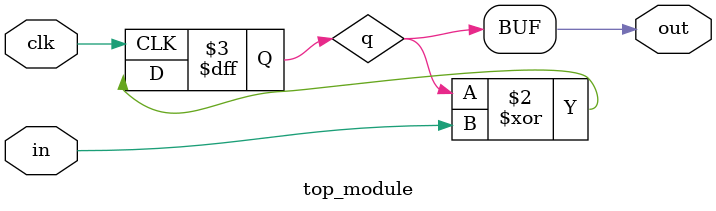
<source format=v>


//implement a D flip-flop with a xor gate controlling the D input such that D = in xor Q.

module top_module (
    input clk, in,
    output out
);
    reg q;
    always @(posedge clk) begin
        q <= q ^ in;
    end
    assign out = q;
endmodule
</source>
